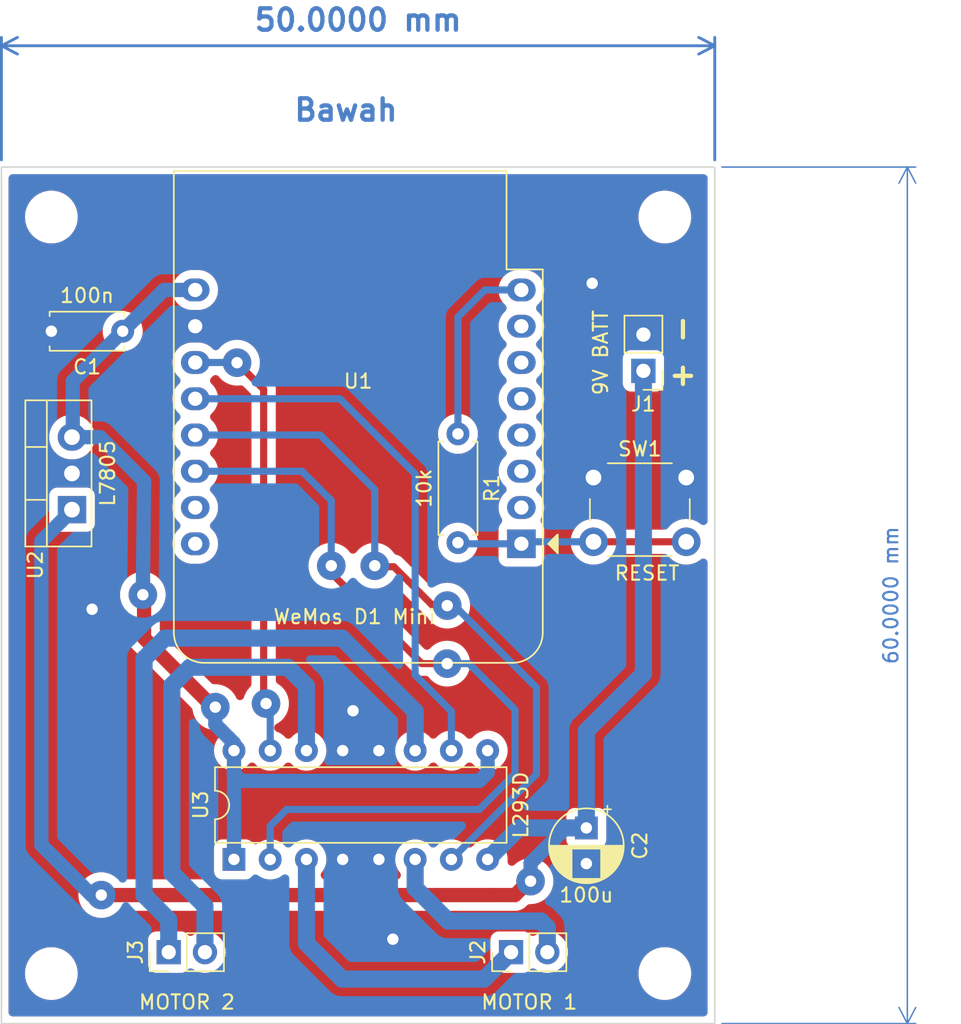
<source format=kicad_pcb>
(kicad_pcb (version 20240108) (generator "pcbnew") (generator_version "8.0")
  (layers (0 "F.Cu" signal) (31 "B.Cu" signal) (34 "B.Paste" user) (35 "F.Paste" user) (36 "B.SilkS" user "B.Silkscreen") (37 "F.SilkS" user "F.Silkscreen") (38 "B.Mask" user) (39 "F.Mask" user) (44 "Edge.Cuts" user))
  (net 0 "")
  (net 1 "GND")
  (net 2 "+5V")
  (net 3 "+9V")
  (net 4 "Net-(J2-Pin_1)")
  (net 5 "Net-(J2-Pin_2)")
  (net 6 "Net-(J3-Pin_1)")
  (net 7 "Net-(J3-Pin_2)")
  (net 8 "Net-(U1-~{RST})")
  (net 9 "Net-(U1-3V3)")
  (net 10 "Net-(U1-SCL{slash}D1)")
  (net 12 "Net-(U1-D3)")
  (net 15 "Net-(U1-D4)")
  (net 16 "Net-(U1-SDA{slash}D2)")
  (footprint "Resistor_THT:R_Axial_DIN0207_L6.3mm_D2.5mm_P7.62mm_Horizontal" (layer "F.Cu") (at 87.62 57.31 -90)
    (property "Reference" "R1" (at 3.81 -2.37 90) (layer "F.SilkS"))
    (property "Value" "10k" (at 3.81 2.37 90) (layer "F.SilkS"))
    (fp_line (start 0.54 1.37) (end 7.08 1.37) (stroke (width 0.12)) (layer "F.SilkS"))
    (fp_line (start 7.08 1.37) (end 7.08 1.04) (stroke (width 0.12)) (layer "F.SilkS"))
    (fp_line (start 0.54 1.04) (end 0.54 1.37) (stroke (width 0.12)) (layer "F.SilkS"))
    (fp_line (start 0.54 -1.04) (end 0.54 -1.37) (stroke (width 0.12)) (layer "F.SilkS"))
    (fp_line (start 0.54 -1.37) (end 7.08 -1.37) (stroke (width 0.12)) (layer "F.SilkS"))
    (fp_line (start 7.08 -1.37) (end 7.08 -1.04) (stroke (width 0.12)) (layer "F.SilkS"))
    (pad "1" thru_hole circle (at 0 0 270) (size 1.6 1.6) (drill 0.8) (layers "*.Cu" "*.Mask") (net 9 "Net-(U1-3V3)"))
    (pad "2" thru_hole oval (at 7.62 0 270) (size 1.6 1.6) (drill 0.8) (layers "*.Cu" "*.Mask") (net 8 "Net-(U1-~{RST})"))
  )
  (footprint "Package_DIP:DIP-16_W7.62mm" (layer "F.Cu") (at 71.92 87.12 90)
    (property "Reference" "U3" (at 3.81 -2.33 -90) (layer "F.SilkS"))
    (property "Value" "L293D" (at 3.81 20.11 -90) (layer "F.SilkS"))
    (fp_line (start 6.46 -1.33) (end 4.81 -1.33) (stroke (width 0.12)) (layer "F.SilkS"))
    (fp_line (start 2.81 -1.33) (end 1.16 -1.33) (stroke (width 0.12)) (layer "F.SilkS"))
    (fp_line (start 1.16 -1.33) (end 1.16 19.11) (stroke (width 0.12)) (layer "F.SilkS"))
    (fp_line (start 6.46 19.11) (end 6.46 -1.33) (stroke (width 0.12)) (layer "F.SilkS"))
    (fp_line (start 1.16 19.11) (end 6.46 19.11) (stroke (width 0.12)) (layer "F.SilkS"))
    (fp_arc (start 4.81 -1.33) (mid 3.81 -0.33) (end 2.81 -1.33) (stroke (width 0.12)) (layer "F.SilkS"))
    (pad "1" thru_hole rect (at 0 0 90) (size 1.6 1.6) (drill 0.8) (layers "*.Cu" "*.Mask") (net 2 "+5V"))
    (pad "2" thru_hole oval (at 0 2.54 90) (size 1.6 1.6) (drill 0.8) (layers "*.Cu" "*.Mask") (net 10 "Net-(U1-SCL{slash}D1)"))
    (pad "3" thru_hole oval (at 0 5.08 90) (size 1.6 1.6) (drill 0.8) (layers "*.Cu" "*.Mask") (net 4 "Net-(J2-Pin_1)"))
    (pad "4" thru_hole oval (at 0 7.62 90) (size 1.6 1.6) (drill 0.8) (layers "*.Cu" "*.Mask") (net 1 "GND"))
    (pad "5" thru_hole oval (at 0 10.16 90) (size 1.6 1.6) (drill 0.8) (layers "*.Cu" "*.Mask") (net 1 "GND"))
    (pad "6" thru_hole oval (at 0 12.7 90) (size 1.6 1.6) (drill 0.8) (layers "*.Cu" "*.Mask") (net 5 "Net-(J2-Pin_2)"))
    (pad "7" thru_hole oval (at 0 15.24 90) (size 1.6 1.6) (drill 0.8) (layers "*.Cu" "*.Mask") (net 16 "Net-(U1-SDA{slash}D2)"))
    (pad "8" thru_hole oval (at 0 17.78 90) (size 1.6 1.6) (drill 0.8) (layers "*.Cu" "*.Mask") (net 3 "+9V"))
    (pad "9" thru_hole oval (at 7.62 17.78 90) (size 1.6 1.6) (drill 0.8) (layers "*.Cu" "*.Mask") (net 2 "+5V"))
    (pad "10" thru_hole oval (at 7.62 15.24 90) (size 1.6 1.6) (drill 0.8) (layers "*.Cu" "*.Mask") (net 12 "Net-(U1-D3)"))
    (pad "11" thru_hole oval (at 7.62 12.7 90) (size 1.6 1.6) (drill 0.8) (layers "*.Cu" "*.Mask") (net 6 "Net-(J3-Pin_1)"))
    (pad "12" thru_hole oval (at 7.62 10.16 90) (size 1.6 1.6) (drill 0.8) (layers "*.Cu" "*.Mask") (net 1 "GND"))
    (pad "13" thru_hole oval (at 7.62 7.62 90) (size 1.6 1.6) (drill 0.8) (layers "*.Cu" "*.Mask") (net 1 "GND"))
    (pad "14" thru_hole oval (at 7.62 5.08 90) (size 1.6 1.6) (drill 0.8) (layers "*.Cu" "*.Mask") (net 7 "Net-(J3-Pin_2)"))
    (pad "15" thru_hole oval (at 7.62 2.54 90) (size 1.6 1.6) (drill 0.8) (layers "*.Cu" "*.Mask") (net 15 "Net-(U1-D4)"))
    (pad "16" thru_hole oval (at 7.62 0 90) (size 1.6 1.6) (drill 0.8) (layers "*.Cu" "*.Mask") (net 2 "+5V"))
  )
  (footprint "Capacitor_THT:CP_Radial_D5.0mm_P2.50mm" (layer "F.Cu") (at 96.62 84.914886 -90)
    (property "Reference" "C2" (at 1.25 -3.75 90) (layer "F.SilkS"))
    (property "Value" "100u" (at 4.705113 -0.000001 180) (layer "F.SilkS"))
    (fp_line (start 1.49 1.04) (end 1.49 2.569) (stroke (width 0.12)) (layer "F.SilkS"))
    (fp_line (start 1.53 1.04) (end 1.53 2.565) (stroke (width 0.12)) (layer "F.SilkS"))
    (fp_line (start 1.57 1.04) (end 1.57 2.561) (stroke (width 0.12)) (layer "F.SilkS"))
    (fp_line (start 1.61 1.04) (end 1.61 2.556) (stroke (width 0.12)) (layer "F.SilkS"))
    (fp_line (start 1.65 1.04) (end 1.65 2.55) (stroke (width 0.12)) (layer "F.SilkS"))
    (fp_line (start 1.69 1.04) (end 1.69 2.543) (stroke (width 0.12)) (layer "F.SilkS"))
    (fp_line (start 1.73 1.04) (end 1.73 2.536) (stroke (width 0.12)) (layer "F.SilkS"))
    (fp_line (start 1.77 1.04) (end 1.77 2.528) (stroke (width 0.12)) (layer "F.SilkS"))
    (fp_line (start 1.81 1.04) (end 1.81 2.52) (stroke (width 0.12)) (layer "F.SilkS"))
    (fp_line (start 1.85 1.04) (end 1.85 2.511) (stroke (width 0.12)) (layer "F.SilkS"))
    (fp_line (start 1.89 1.04) (end 1.89 2.501) (stroke (width 0.12)) (layer "F.SilkS"))
    (fp_line (start 1.93 1.04) (end 1.93 2.491) (stroke (width 0.12)) (layer "F.SilkS"))
    (fp_line (start 1.971 1.04) (end 1.971 2.48) (stroke (width 0.12)) (layer "F.SilkS"))
    (fp_line (start 2.011 1.04) (end 2.011 2.468) (stroke (width 0.12)) (layer "F.SilkS"))
    (fp_line (start 2.051 1.04) (end 2.051 2.455) (stroke (width 0.12)) (layer "F.SilkS"))
    (fp_line (start 2.091 1.04) (end 2.091 2.442) (stroke (width 0.12)) (layer "F.SilkS"))
    (fp_line (start 2.131 1.04) (end 2.131 2.428) (stroke (width 0.12)) (layer "F.SilkS"))
    (fp_line (start 2.171 1.04) (end 2.171 2.414) (stroke (width 0.12)) (layer "F.SilkS"))
    (fp_line (start 2.211 1.04) (end 2.211 2.398) (stroke (width 0.12)) (layer "F.SilkS"))
    (fp_line (start 2.251 1.04) (end 2.251 2.382) (stroke (width 0.12)) (layer "F.SilkS"))
    (fp_line (start 2.291 1.04) (end 2.291 2.365) (stroke (width 0.12)) (layer "F.SilkS"))
    (fp_line (start 2.331 1.04) (end 2.331 2.348) (stroke (width 0.12)) (layer "F.SilkS"))
    (fp_line (start 2.371 1.04) (end 2.371 2.329) (stroke (width 0.12)) (layer "F.SilkS"))
    (fp_line (start 2.411 1.04) (end 2.411 2.31) (stroke (width 0.12)) (layer "F.SilkS"))
    (fp_line (start 2.451 1.04) (end 2.451 2.29) (stroke (width 0.12)) (layer "F.SilkS"))
    (fp_line (start 2.491 1.04) (end 2.491 2.268) (stroke (width 0.12)) (layer "F.SilkS"))
    (fp_line (start 2.531 1.04) (end 2.531 2.247) (stroke (width 0.12)) (layer "F.SilkS"))
    (fp_line (start 2.571 1.04) (end 2.571 2.224) (stroke (width 0.12)) (layer "F.SilkS"))
    (fp_line (start 2.611 1.04) (end 2.611 2.2) (stroke (width 0.12)) (layer "F.SilkS"))
    (fp_line (start 2.651 1.04) (end 2.651 2.175) (stroke (width 0.12)) (layer "F.SilkS"))
    (fp_line (start 2.691 1.04) (end 2.691 2.149) (stroke (width 0.12)) (layer "F.SilkS"))
    (fp_line (start 2.731 1.04) (end 2.731 2.122) (stroke (width 0.12)) (layer "F.SilkS"))
    (fp_line (start 2.771 1.04) (end 2.771 2.095) (stroke (width 0.12)) (layer "F.SilkS"))
    (fp_line (start 2.811 1.04) (end 2.811 2.065) (stroke (width 0.12)) (layer "F.SilkS"))
    (fp_line (start 2.851 1.04) (end 2.851 2.035) (stroke (width 0.12)) (layer "F.SilkS"))
    (fp_line (start 2.891 1.04) (end 2.891 2.004) (stroke (width 0.12)) (layer "F.SilkS"))
    (fp_line (start 2.931 1.04) (end 2.931 1.971) (stroke (width 0.12)) (layer "F.SilkS"))
    (fp_line (start 2.971 1.04) (end 2.971 1.937) (stroke (width 0.12)) (layer "F.SilkS"))
    (fp_line (start 3.011 1.04) (end 3.011 1.901) (stroke (width 0.12)) (layer "F.SilkS"))
    (fp_line (start 3.051 1.04) (end 3.051 1.864) (stroke (width 0.12)) (layer "F.SilkS"))
    (fp_line (start 3.091 1.04) (end 3.091 1.826) (stroke (width 0.12)) (layer "F.SilkS"))
    (fp_line (start 3.131 1.04) (end 3.131 1.785) (stroke (width 0.12)) (layer "F.SilkS"))
    (fp_line (start 3.171 1.04) (end 3.171 1.743) (stroke (width 0.12)) (layer "F.SilkS"))
    (fp_line (start 3.211 1.04) (end 3.211 1.699) (stroke (width 0.12)) (layer "F.SilkS"))
    (fp_line (start 3.251 1.04) (end 3.251 1.653) (stroke (width 0.12)) (layer "F.SilkS"))
    (fp_line (start 3.291 1.04) (end 3.291 1.605) (stroke (width 0.12)) (layer "F.SilkS"))
    (fp_line (start 3.331 1.04) (end 3.331 1.554) (stroke (width 0.12)) (layer "F.SilkS"))
    (fp_line (start 3.371 1.04) (end 3.371 1.5) (stroke (width 0.12)) (layer "F.SilkS"))
    (fp_line (start 3.411 1.04) (end 3.411 1.443) (stroke (width 0.12)) (layer "F.SilkS"))
    (fp_line (start 3.451 1.04) (end 3.451 1.383) (stroke (width 0.12)) (layer "F.SilkS"))
    (fp_line (start 3.491 1.04) (end 3.491 1.319) (stroke (width 0.12)) (layer "F.SilkS"))
    (fp_line (start 3.531 1.04) (end 3.531 1.251) (stroke (width 0.12)) (layer "F.SilkS"))
    (fp_line (start 3.851 -0.284) (end 3.851 0.284) (stroke (width 0.12)) (layer "F.SilkS"))
    (fp_line (start 3.811 -0.518) (end 3.811 0.518) (stroke (width 0.12)) (layer "F.SilkS"))
    (fp_line (start 3.771 -0.677) (end 3.771 0.677) (stroke (width 0.12)) (layer "F.SilkS"))
    (fp_line (start 3.731 -0.805) (end 3.731 0.805) (stroke (width 0.12)) (layer "F.SilkS"))
    (fp_line (start 3.691 -0.915) (end 3.691 0.915) (stroke (width 0.12)) (layer "F.SilkS"))
    (fp_line (start 3.651 -1.011) (end 3.651 1.011) (stroke (width 0.12)) (layer "F.SilkS"))
    (fp_line (start 3.611 -1.098) (end 3.611 1.098) (stroke (width 0.12)) (layer "F.SilkS"))
    (fp_line (start 3.571 -1.178) (end 3.571 1.178) (stroke (width 0.12)) (layer "F.SilkS"))
    (fp_line (start 3.531 -1.251) (end 3.531 -1.04) (stroke (width 0.12)) (layer "F.SilkS"))
    (fp_line (start 3.491 -1.319) (end 3.491 -1.04) (stroke (width 0.12)) (layer "F.SilkS"))
    (fp_line (start 3.451 -1.383) (end 3.451 -1.04) (stroke (width 0.12)) (layer "F.SilkS"))
    (fp_line (start 3.411 -1.443) (end 3.411 -1.04) (stroke (width 0.12)) (layer "F.SilkS"))
    (fp_line (start -1.554775 -1.475) (end -1.054775 -1.475) (stroke (width 0.12)) (layer "F.SilkS"))
    (fp_line (start 3.371 -1.5) (end 3.371 -1.04) (stroke (width 0.12)) (layer "F.SilkS"))
    (fp_line (start 3.331 -1.554) (end 3.331 -1.04) (stroke (width 0.12)) (layer "F.SilkS"))
    (fp_line (start 3.291 -1.605) (end 3.291 -1.04) (stroke (width 0.12)) (layer "F.SilkS"))
    (fp_line (start 3.251 -1.653) (end 3.251 -1.04) (stroke (width 0.12)) (layer "F.SilkS"))
    (fp_line (start 3.211 -1.699) (end 3.211 -1.04) (stroke (width 0.12)) (layer "F.SilkS"))
    (fp_line (start -1.304775 -1.725) (end -1.304775 -1.225) (stroke (width 0.12)) (layer "F.SilkS"))
    (fp_line (start 3.171 -1.743) (end 3.171 -1.04) (stroke (width 0.12)) (layer "F.SilkS"))
    (fp_line (start 3.131 -1.785) (end 3.131 -1.04) (stroke (width 0.12)) (layer "F.SilkS"))
    (fp_line (start 3.091 -1.826) (end 3.091 -1.04) (stroke (width 0.12)) (layer "F.SilkS"))
    (fp_line (start 3.051 -1.864) (end 3.051 -1.04) (stroke (width 0.12)) (layer "F.SilkS"))
    (fp_line (start 3.011 -1.901) (end 3.011 -1.04) (stroke (width 0.12)) (layer "F.SilkS"))
    (fp_line (start 2.971 -1.937) (end 2.971 -1.04) (stroke (width 0.12)) (layer "F.SilkS"))
    (fp_line (start 2.931 -1.971) (end 2.931 -1.04) (stroke (width 0.12)) (layer "F.SilkS"))
    (fp_line (start 2.891 -2.004) (end 2.891 -1.04) (stroke (width 0.12)) (layer "F.SilkS"))
    (fp_line (start 2.851 -2.035) (end 2.851 -1.04) (stroke (width 0.12)) (layer "F.SilkS"))
    (fp_line (start 2.811 -2.065) (end 2.811 -1.04) (stroke (width 0.12)) (layer "F.SilkS"))
    (fp_line (start 2.771 -2.095) (end 2.771 -1.04) (stroke (width 0.12)) (layer "F.SilkS"))
    (fp_line (start 2.731 -2.122) (end 2.731 -1.04) (stroke (width 0.12)) (layer "F.SilkS"))
    (fp_line (start 2.691 -2.149) (end 2.691 -1.04) (stroke (width 0.12)) (layer "F.SilkS"))
    (fp_line (start 2.651 -2.175) (end 2.651 -1.04) (stroke (width 0.12)) (layer "F.SilkS"))
    (fp_line (start 2.611 -2.2) (end 2.611 -1.04) (stroke (width 0.12)) (layer "F.SilkS"))
    (fp_line (start 2.571 -2.224) (end 2.571 -1.04) (stroke (width 0.12)) (layer "F.SilkS"))
    (fp_line (start 2.531 -2.247) (end 2.531 -1.04) (stroke (width 0.12)) (layer "F.SilkS"))
    (fp_line (start 2.491 -2.268) (end 2.491 -1.04) (stroke (width 0.12)) (layer "F.SilkS"))
    (fp_line (start 2.451 -2.29) (end 2.451 -1.04) (stroke (width 0.12)) (layer "F.SilkS"))
    (fp_line (start 2.411 -2.31) (end 2.411 -1.04) (stroke (width 0.12)) (layer "F.SilkS"))
    (fp_line (start 2.371 -2.329) (end 2.371 -1.04) (stroke (width 0.12)) (layer "F.SilkS"))
    (fp_line (start 2.331 -2.348) (end 2.331 -1.04) (stroke (width 0.12)) (layer "F.SilkS"))
    (fp_line (start 2.291 -2.365) (end 2.291 -1.04) (stroke (width 0.12)) (layer "F.SilkS"))
    (fp_line (start 2.251 -2.382) (end 2.251 -1.04) (stroke (width 0.12)) (layer "F.SilkS"))
    (fp_line (start 2.211 -2.398) (end 2.211 -1.04) (stroke (width 0.12)) (layer "F.SilkS"))
    (fp_line (start 2.171 -2.414) (end 2.171 -1.04) (stroke (width 0.12)) (layer "F.SilkS"))
    (fp_line (start 2.131 -2.428) (end 2.131 -1.04) (stroke (width 0.12)) (layer "F.SilkS"))
    (fp_line (start 2.091 -2.442) (end 2.091 -1.04) (stroke (width 0.12)) (layer "F.SilkS"))
    (fp_line (start 2.051 -2.455) (end 2.051 -1.04) (stroke (width 0.12)) (layer "F.SilkS"))
    (fp_line (start 2.011 -2.468) (end 2.011 -1.04) (stroke (width 0.12)) (layer "F.SilkS"))
    (fp_line (start 1.971 -2.48) (end 1.971 -1.04) (stroke (width 0.12)) (layer "F.SilkS"))
    (fp_line (start 1.93 -2.491) (end 1.93 -1.04) (stroke (width 0.12)) (layer "F.SilkS"))
    (fp_line (start 1.89 -2.501) (end 1.89 -1.04) (stroke (width 0.12)) (layer "F.SilkS"))
    (fp_line (start 1.85 -2.511) (end 1.85 -1.04) (stroke (width 0.12)) (layer "F.SilkS"))
    (fp_line (start 1.81 -2.52) (end 1.81 -1.04) (stroke (width 0.12)) (layer "F.SilkS"))
    (fp_line (start 1.77 -2.528) (end 1.77 -1.04) (stroke (width 0.12)) (layer "F.SilkS"))
    (fp_line (start 1.73 -2.536) (end 1.73 -1.04) (stroke (width 0.12)) (layer "F.SilkS"))
    (fp_line (start 1.69 -2.543) (end 1.69 -1.04) (stroke (width 0.12)) (layer "F.SilkS"))
    (fp_line (start 1.65 -2.55) (end 1.65 -1.04) (stroke (width 0.12)) (layer "F.SilkS"))
    (fp_line (start 1.61 -2.556) (end 1.61 -1.04) (stroke (width 0.12)) (layer "F.SilkS"))
    (fp_line (start 1.57 -2.561) (end 1.57 -1.04) (stroke (width 0.12)) (layer "F.SilkS"))
    (fp_line (start 1.53 -2.565) (end 1.53 -1.04) (stroke (width 0.12)) (layer "F.SilkS"))
    (fp_line (start 1.49 -2.569) (end 1.49 -1.04) (stroke (width 0.12)) (layer "F.SilkS"))
    (fp_line (start 1.45 -2.573) (end 1.45 2.573) (stroke (width 0.12)) (layer "F.SilkS"))
    (fp_line (start 1.41 -2.576) (end 1.41 2.576) (stroke (width 0.12)) (layer "F.SilkS"))
    (fp_line (start 1.37 -2.578) (end 1.37 2.578) (stroke (width 0.12)) (layer "F.SilkS"))
    (fp_line (start 1.33 -2.579) (end 1.33 2.579) (stroke (width 0.12)) (layer "F.SilkS"))
    (fp_line (start 1.25 -2.58) (end 1.25 2.58) (stroke (width 0.12)) (layer "F.SilkS"))
    (fp_line (start 1.29 -2.58) (end 1.29 2.58) (stroke (width 0.12)) (layer "F.SilkS"))
    (fp_circle (center 1.25 0) (end 3.87 0) (stroke (width 0.12)) (fill none) (layer "F.SilkS"))
    (pad "1" thru_hole rect (at 0 0 270) (size 1.6 1.6) (drill 0.8) (layers "*.Cu" "*.Mask") (net 3 "+9V"))
    (pad "2" thru_hole circle (at 2.5 0 270) (size 1.6 1.6) (drill 0.8) (layers "*.Cu" "*.Mask") (net 1 "GND"))
  )
  (footprint "Module:WEMOS_D1_mini_light" (layer "F.Cu") (at 92.065 65.01 180)
    (property "Reference" "U1" (at 11.445 11.39 180) (layer "F.SilkS"))
    (property "Value" "WeMos D1 Mini" (at 11.7 -5.11 180) (layer "F.SilkS"))
    (fp_line (start 24.36 26.12) (end 24.36 -6.21) (stroke (width 0.12)) (layer "F.SilkS"))
    (fp_line (start 22.24 -8.34) (end 0.63 -8.34) (stroke (width 0.12)) (layer "F.SilkS"))
    (fp_line (start 1.04 26.12) (end 24.36 26.12) (stroke (width 0.12)) (layer "F.SilkS"))
    (fp_line (start 1.04 19.22) (end 1.04 26.12) (stroke (width 0.12)) (layer "F.SilkS"))
    (fp_line (start -1.5 19.22) (end 1.04 19.22) (stroke (width 0.12)) (layer "F.SilkS"))
    (fp_line (start -1.5 19.22) (end -1.5 -6.21) (stroke (width 0.12)) (layer "F.SilkS"))
    (fp_arc (start 22.23 -8.34) (mid 23.736137 -7.716137) (end 24.36 -6.21) (stroke (width 0.12)) (layer "F.SilkS"))
    (fp_arc (start -1.5 -6.21) (mid -0.876137 -7.716137) (end 0.63 -8.34) (stroke (width 0.12)) (layer "F.SilkS"))
    (fp_poly (pts (xy -2.54 -0.635) (xy -2.54 0.635) (xy -1.905 0)) (stroke (width 0.15)) (fill solid) (layer "F.SilkS"))
    (pad "1" thru_hole rect (at 0 0 180) (size 2 2) (drill 1) (layers "*.Cu" "*.Mask") (net 8 "Net-(U1-~{RST})"))
    (pad "2" thru_hole oval (at 0 2.54 180) (size 2 1.6) (drill 1) (layers "*.Cu" "*.Mask"))
    (pad "3" thru_hole oval (at 0 5.08 180) (size 2 1.6) (drill 1) (layers "*.Cu" "*.Mask"))
    (pad "4" thru_hole oval (at 0 7.62 180) (size 2 1.6) (drill 1) (layers "*.Cu" "*.Mask"))
    (pad "5" thru_hole oval (at 0 10.16 180) (size 2 1.6) (drill 1) (layers "*.Cu" "*.Mask"))
    (pad "6" thru_hole oval (at 0 12.7 180) (size 2 1.6) (drill 1) (layers "*.Cu" "*.Mask"))
    (pad "7" thru_hole oval (at 0 15.24 180) (size 2 1.6) (drill 1) (layers "*.Cu" "*.Mask"))
    (pad "8" thru_hole oval (at 0 17.78 180) (size 2 1.6) (drill 1) (layers "*.Cu" "*.Mask") (net 9 "Net-(U1-3V3)"))
    (pad "9" thru_hole oval (at 22.86 17.78 180) (size 2 1.6) (drill 1) (layers "*.Cu" "*.Mask") (net 2 "+5V"))
    (pad "10" thru_hole oval (at 22.86 15.24 180) (size 2 1.6) (drill 1) (layers "*.Cu" "*.Mask") (net 1 "GND"))
    (pad "11" thru_hole oval (at 22.86 12.7 180) (size 2 1.6) (drill 1) (layers "*.Cu" "*.Mask") (net 15 "Net-(U1-D4)"))
    (pad "12" thru_hole oval (at 22.86 10.16 180) (size 2 1.6) (drill 1) (layers "*.Cu" "*.Mask") (net 12 "Net-(U1-D3)"))
    (pad "13" thru_hole oval (at 22.86 7.62 180) (size 2 1.6) (drill 1) (layers "*.Cu" "*.Mask") (net 16 "Net-(U1-SDA{slash}D2)"))
    (pad "14" thru_hole oval (at 22.86 5.08 180) (size 2 1.6) (drill 1) (layers "*.Cu" "*.Mask") (net 10 "Net-(U1-SCL{slash}D1)"))
    (pad "15" thru_hole oval (at 22.86 2.54 180) (size 2 1.6) (drill 1) (layers "*.Cu" "*.Mask"))
    (pad "16" thru_hole oval (at 22.86 0 180) (size 2 1.6) (drill 1) (layers "*.Cu" "*.Mask"))
  )
  (footprint "Button_Switch_THT:SW_PUSH_6mm" (layer "F.Cu") (at 97.12 60.37)
    (property "Reference" "SW1" (at 3.25 -2 0) (layer "F.SilkS"))
    (property "Value" "RESET" (at 3.75 6.7 0) (layer "F.SilkS"))
    (fp_line (start -0.25 1.5) (end -0.25 3) (stroke (width 0.12)) (layer "F.SilkS"))
    (fp_line (start 1 5.5) (end 5.5 5.5) (stroke (width 0.12)) (layer "F.SilkS"))
    (fp_line (start 5.5 -1) (end 1 -1) (stroke (width 0.12)) (layer "F.SilkS"))
    (fp_line (start 6.75 3) (end 6.75 1.5) (stroke (width 0.12)) (layer "F.SilkS"))
    (pad "1" thru_hole circle (at 0 0 90) (size 2 2) (drill 1.1) (layers "*.Cu" "*.Mask") (net 1 "GND"))
    (pad "1" thru_hole circle (at 6.5 0 90) (size 2 2) (drill 1.1) (layers "*.Cu" "*.Mask") (net 1 "GND"))
    (pad "2" thru_hole circle (at 0 4.5 90) (size 2 2) (drill 1.1) (layers "*.Cu" "*.Mask") (net 8 "Net-(U1-~{RST})"))
    (pad "2" thru_hole circle (at 6.5 4.5 90) (size 2 2) (drill 1.1) (layers "*.Cu" "*.Mask") (net 8 "Net-(U1-~{RST})"))
  )
  (footprint "Connector_PinHeader_2.54mm:PinHeader_1x02_P2.54mm_Vertical" (layer "F.Cu") (at 91.345 93.62 90)
    (property "Reference" "J2" (at 0 -2.33 -90) (layer "F.SilkS"))
    (property "Value" "MOTOR 1" (at -3.5 1.275 0) (layer "F.SilkS"))
    (fp_line (start -1.33 -1.33) (end 0 -1.33) (stroke (width 0.12)) (layer "F.SilkS"))
    (fp_line (start -1.33 0) (end -1.33 -1.33) (stroke (width 0.12)) (layer "F.SilkS"))
    (fp_line (start 1.33 1.27) (end 1.33 3.87) (stroke (width 0.12)) (layer "F.SilkS"))
    (fp_line (start -1.33 1.27) (end 1.33 1.27) (stroke (width 0.12)) (layer "F.SilkS"))
    (fp_line (start -1.33 1.27) (end -1.33 3.87) (stroke (width 0.12)) (layer "F.SilkS"))
    (fp_line (start -1.33 3.87) (end 1.33 3.87) (stroke (width 0.12)) (layer "F.SilkS"))
    (pad "1" thru_hole rect (at 0 0 90) (size 1.7 1.7) (drill 1) (layers "*.Cu" "*.Mask") (net 4 "Net-(J2-Pin_1)"))
    (pad "2" thru_hole oval (at 0 2.54 90) (size 1.7 1.7) (drill 1) (layers "*.Cu" "*.Mask") (net 5 "Net-(J2-Pin_2)"))
  )
  (footprint "Capacitor_THT:C_Disc_D5.0mm_W2.5mm_P5.00mm" (layer "F.Cu") (at 64.12 50.12 180)
    (property "Reference" "C1" (at 2.5 -2.5 180) (layer "F.SilkS"))
    (property "Value" "100n" (at 2.5 2.5 180) (layer "F.SilkS"))
    (fp_line (start 5.12 1.055) (end 5.12 1.37) (stroke (width 0.12)) (layer "F.SilkS"))
    (fp_line (start 5.12 -1.37) (end 5.12 -1.055) (stroke (width 0.12)) (layer "F.SilkS"))
    (fp_line (start -0.12 1.37) (end 5.12 1.37) (stroke (width 0.12)) (layer "F.SilkS"))
    (fp_line (start -0.12 1.055) (end -0.12 1.37) (stroke (width 0.12)) (layer "F.SilkS"))
    (fp_line (start -0.12 -1.37) (end 5.12 -1.37) (stroke (width 0.12)) (layer "F.SilkS"))
    (fp_line (start -0.12 -1.37) (end -0.12 -1.055) (stroke (width 0.12)) (layer "F.SilkS"))
    (pad "1" thru_hole circle (at 0 0 180) (size 1.6 1.6) (drill 0.8) (layers "*.Cu" "*.Mask") (net 2 "+5V"))
    (pad "2" thru_hole circle (at 5 0 180) (size 1.6 1.6) (drill 0.8) (layers "*.Cu" "*.Mask") (net 1 "GND"))
  )
  (footprint "Connector_PinHeader_2.54mm:PinHeader_1x02_P2.54mm_Vertical" (layer "F.Cu") (at 100.62 52.895 180)
    (property "Reference" "J1" (at 0 -2.33 180) (layer "F.SilkS"))
    (property "Value" "9V BATT" (at 3 1.275 -90) (layer "F.SilkS"))
    (fp_line (start 1.33 1.27) (end 1.33 3.87) (stroke (width 0.12)) (layer "F.SilkS"))
    (fp_line (start -1.33 3.87) (end 1.33 3.87) (stroke (width 0.12)) (layer "F.SilkS"))
    (fp_line (start -1.33 1.27) (end 1.33 1.27) (stroke (width 0.12)) (layer "F.SilkS"))
    (fp_line (start -1.33 1.27) (end -1.33 3.87) (stroke (width 0.12)) (layer "F.SilkS"))
    (fp_line (start -1.33 0) (end -1.33 -1.33) (stroke (width 0.12)) (layer "F.SilkS"))
    (fp_line (start -1.33 -1.33) (end 0 -1.33) (stroke (width 0.12)) (layer "F.SilkS"))
    (pad "1" thru_hole rect (at 0 0 180) (size 1.7 1.7) (drill 1) (layers "*.Cu" "*.Mask") (net 3 "+9V"))
    (pad "2" thru_hole oval (at 0 2.54 180) (size 1.7 1.7) (drill 1) (layers "*.Cu" "*.Mask") (net 1 "GND"))
  )
  (footprint "MountingHole:MountingHole_3.2mm_M3" (layer "F.Cu") (at 59.12 42.12)
    (property "Reference" "H1" (hide yes))
    (property "Value" "MountingHole" (hide yes))
    (pad "" np_thru_hole circle (at 0 0) (size 3.2 3.2) (drill 3.2) (layers "*.Cu" "*.Mask"))
  )
  (footprint "Connector_PinHeader_2.54mm:PinHeader_1x02_P2.54mm_Vertical" (layer "F.Cu") (at 67.345 93.62 90)
    (property "Reference" "J3" (at 0 -2.33 -90) (layer "F.SilkS"))
    (property "Value" "MOTOR 2" (at -3.5 1.275 0) (layer "F.SilkS"))
    (fp_line (start -1.33 -1.33) (end 0 -1.33) (stroke (width 0.12)) (layer "F.SilkS"))
    (fp_line (start -1.33 0) (end -1.33 -1.33) (stroke (width 0.12)) (layer "F.SilkS"))
    (fp_line (start 1.33 1.27) (end 1.33 3.87) (stroke (width 0.12)) (layer "F.SilkS"))
    (fp_line (start -1.33 1.27) (end 1.33 1.27) (stroke (width 0.12)) (layer "F.SilkS"))
    (fp_line (start -1.33 1.27) (end -1.33 3.87) (stroke (width 0.12)) (layer "F.SilkS"))
    (fp_line (start -1.33 3.87) (end 1.33 3.87) (stroke (width 0.12)) (layer "F.SilkS"))
    (pad "1" thru_hole rect (at 0 0 90) (size 1.7 1.7) (drill 1) (layers "*.Cu" "*.Mask") (net 6 "Net-(J3-Pin_1)"))
    (pad "2" thru_hole oval (at 0 2.54 90) (size 1.7 1.7) (drill 1) (layers "*.Cu" "*.Mask") (net 7 "Net-(J3-Pin_2)"))
  )
  (footprint "MountingHole:MountingHole_3.2mm_M3" (layer "F.Cu") (at 102.12 42.12)
    (property "Reference" "H2" (hide yes))
    (property "Value" "MountingHole" (hide yes))
    (pad "" np_thru_hole circle (at 0 0) (size 3.2 3.2) (drill 3.2) (layers "*.Cu" "*.Mask"))
  )
  (footprint "MountingHole:MountingHole_3.2mm_M3" (layer "F.Cu") (at 59.12 95.12)
    (property "Reference" "H3" (hide yes))
    (property "Value" "MountingHole" (hide yes))
    (pad "" np_thru_hole circle (at 0 0) (size 3.2 3.2) (drill 3.2) (layers "*.Cu" "*.Mask"))
  )
  (footprint "Package_TO_SOT_THT:TO-220-3_Vertical" (layer "F.Cu") (at 60.565 62.62 90)
    (property "Reference" "U2" (at -3.88 -2.565 -90) (layer "F.SilkS"))
    (property "Value" "L7805" (at 2.54 2.5 -90) (layer "F.SilkS"))
    (fp_line (start 7.66 -3.27) (end 7.66 1.371) (stroke (width 0.12)) (layer "F.SilkS"))
    (fp_line (start 4.391 -3.27) (end 4.391 -1.76) (stroke (width 0.12)) (layer "F.SilkS"))
    (fp_line (start 0.69 -3.27) (end 0.69 -1.76) (stroke (width 0.12)) (layer "F.SilkS"))
    (fp_line (start -2.58 -3.27) (end 7.66 -3.27) (stroke (width 0.12)) (layer "F.SilkS"))
    (fp_line (start -2.58 -3.27) (end -2.58 1.371) (stroke (width 0.12)) (layer "F.SilkS"))
    (fp_line (start -2.58 -1.76) (end 7.66 -1.76) (stroke (width 0.12)) (layer "F.SilkS"))
    (fp_line (start -2.58 1.371) (end 7.66 1.371) (stroke (width 0.12)) (layer "F.SilkS"))
    (pad "1" thru_hole rect (at 0 0 90) (size 1.905 2) (drill 1.1) (layers "*.Cu" "*.Mask") (net 3 "+9V"))
    (pad "2" thru_hole oval (at 2.54 0 90) (size 1.905 2) (drill 1.1) (layers "*.Cu" "*.Mask") (net 1 "GND"))
    (pad "3" thru_hole oval (at 5.08 0 90) (size 1.905 2) (drill 1.1) (layers "*.Cu" "*.Mask") (net 2 "+5V"))
  )
  (footprint "MountingHole:MountingHole_3.2mm_M3" (layer "F.Cu") (at 102.12 95.12)
    (property "Reference" "H4" (hide yes))
    (property "Value" "MountingHole" (hide yes))
    (pad "" np_thru_hole circle (at 0 0) (size 3.2 3.2) (drill 3.2) (layers "*.Cu" "*.Mask"))
  )
  (gr_rect (start 55.62 38.62) (end 105.62 98.62) (stroke (width 0.1)) (fill none) (layer "Edge.Cuts"))
  (gr_text "Bawah" (at 76 35.5 0) (layer "B.Cu") (effects (font (size 1.5 1.5) (thickness 0.3) (bold yes)) (justify left bottom)))
  (gr_text "+" (at 102.62 52.12 -90) (layer "F.SilkS") (effects (font (size 1.5 1.5) (thickness 0.3) (bold yes)) (justify left bottom)))
  (gr_text "-" (at 102.62 48.852571 -90) (layer "F.SilkS") (effects (font (size 1.5 1.5) (thickness 0.3) (bold yes)) (justify left bottom)))
  (dimension (type aligned) (layer "B.Cu") (pts (xy 105.62 98.62) (xy 105.62 38.62)) (height 13.5) (gr_text "60,0000 mm" (at 117.97 68.62 90) (layer "B.Cu") (effects (font (size 1 1) (thickness 0.15)))) (format (prefix "") (suffix "") (units 3) (units_format 1) (precision 4)) (style (thickness 0.1) (arrow_length 1.27) (text_position_mode 0) (extension_height 0.58642) (extension_offset 0.5) keep_text_aligned))
  (dimension (type aligned) (layer "B.Cu") (pts (xy 105.62 38.62) (xy 55.62 38.62)) (height 8.5) (gr_text "50,0000 mm" (at 80.62 28.32 0) (layer "B.Cu") (effects (font (size 1.5 1.5) (thickness 0.3)))) (format (prefix "") (suffix "") (units 3) (units_format 1) (precision 4)) (style (thickness 0.2) (arrow_length 1.27) (text_position_mode 0) (extension_height 0.58642) (extension_offset 0.5) keep_text_aligned))
  (via (at 80.264 76.708) (size 2) (drill 0.8) (layers "F.Cu" "B.Cu") (net 1))
  (via (at 83.058 92.71) (size 2) (drill 0.8) (layers "F.Cu" "B.Cu") (net 1))
  (via (at 61.976 69.596) (size 2) (drill 0.8) (layers "F.Cu" "B.Cu") (net 1))
  (via (at 97.028 46.763) (size 2) (drill 0.8) (layers "F.Cu" "B.Cu") (net 1))
  (segment (start 62.112 60.08) (end 63.5 61.468) (width 1.2) (layer "B.Cu") (net 1))
  (segment (start 82.08 91.732) (end 82.08 87.12) (width 1.5) (layer "B.Cu") (net 1))
  (segment (start 79.54 79.5) (end 79.54 77.432) (width 1.5) (layer "B.Cu") (net 1))
  (segment (start 63.5 61.468) (end 63.5 66.294) (width 1.2) (layer "B.Cu") (net 1))
  (segment (start 97.028 46.482) (end 97.028 46.763) (width 1.2) (layer "B.Cu") (net 1))
  (segment (start 100.62 50.355) (end 97.028 46.763) (width 1.2) (layer "B.Cu") (net 1))
  (segment (start 60.565 60.08) (end 62.112 60.08) (width 1.2) (layer "B.Cu") (net 1))
  (segment (start 82.08 79.5) (end 79.54 79.5) (width 1.5) (layer "B.Cu") (net 1))
  (segment (start 61.976 67.818) (end 61.976 69.596) (width 1.2) (layer "B.Cu") (net 1))
  (segment (start 79.54 77.432) (end 80.264 76.708) (width 1.5) (layer "B.Cu") (net 1))
  (segment (start 79.54 87.12) (end 82.08 87.12) (width 1.5) (layer "B.Cu") (net 1))
  (segment (start 83.058 92.71) (end 82.08 91.732) (width 1.5) (layer "B.Cu") (net 1))
  (segment (start 63.5 66.294) (end 61.976 67.818) (width 1.2) (layer "B.Cu") (net 1))
  (segment (start 65.62 71.62) (end 65.62 68.62) (width 1) (layer "F.Cu") (net 2))
  (segment (start 70.612 76.454) (end 70.454 76.454) (width 1) (layer "F.Cu") (net 2))
  (segment (start 70.454 76.454) (end 65.62 71.62) (width 1) (layer "F.Cu") (net 2))
  (via (at 70.612 76.454) (size 2) (drill 0.8) (layers "F.Cu" "B.Cu") (net 2))
  (via (at 65.532 68.58) (size 2) (drill 0.8) (layers "F.Cu" "B.Cu") (net 2))
  (segment (start 62.54 57.54) (end 60.62 57.54) (width 1) (layer "B.Cu") (net 2))
  (segment (start 65.62 60.62) (end 62.54 57.54) (width 1) (layer "B.Cu") (net 2))
  (segment (start 60.62 53.62) (end 64.12 50.12) (width 1) (layer "B.Cu") (net 2))
  (segment (start 69.205 47.23) (end 67.01 47.23) (width 1) (layer "B.Cu") (net 2))
  (segment (start 71.92 79.5) (end 71.92 81.12) (width 1) (layer "B.Cu") (net 2))
  (segment (start 70.612 77.666) (end 71.92 78.974) (width 1) (layer "B.Cu") (net 2))
  (segment (start 72.42 81.62) (end 71.92 81.12) (width 1) (layer "B.Cu") (net 2))
  (segment (start 89.12 81.62) (end 72.42 81.62) (width 1) (layer "B.Cu") (net 2))
  (segment (start 71.92 78.974) (end 71.92 79.5) (width 1) (layer "B.Cu") (net 2))
  (segment (start 89.7 79.5) (end 89.7 81.04) (width 1) (layer "B.Cu") (net 2))
  (segment (start 60.62 57.54) (end 60.62 53.62) (width 1) (layer "B.Cu") (net 2))
  (segment (start 65.62 68.62) (end 65.532 68.58) (width 1) (layer "B.Cu") (net 2))
  (segment (start 70.612 76.454) (end 70.612 77.666) (width 1) (layer "B.Cu") (net 2))
  (segment (start 67.01 47.23) (end 64.12 50.12) (width 1) (layer "B.Cu") (net 2))
  (segment (start 89.7 81.04) (end 89.12 81.62) (width 1) (layer "B.Cu") (net 2))
  (segment (start 65.532 68.58) (end 65.62 60.62) (width 1) (layer "B.Cu") (net 2))
  (segment (start 71.92 81.12) (end 71.92 87.12) (width 1) (layer "B.Cu") (net 2))
  (segment (start 91.62 89.62) (end 92.62 88.62) (width 1) (layer "F.Cu") (net 3))
  (segment (start 90.12 89.62) (end 91.62 89.62) (width 1) (layer "F.Cu") (net 3))
  (segment (start 62.62 89.62) (end 90.12 89.62) (width 1) (layer "F.Cu") (net 3))
  (via (at 62.62 89.62) (size 2) (drill 0.8) (layers "F.Cu" "B.Cu") (net 3))
  (via (at 92.71 88.646) (size 2) (drill 0.8) (layers "F.Cu" "B.Cu") (net 3))
  (segment (start 96.62 78.12) (end 100.62 74.12) (width 1.2) (layer "B.Cu") (net 3))
  (segment (start 96.62 84.914886) (end 91.905114 84.914886) (width 1.2) (layer "B.Cu") (net 3))
  (segment (start 95.171114 84.914886) (end 96.62 84.914886) (width 1) (layer "B.Cu") (net 3))
  (segment (start 60.62 62.62) (end 58.42 64.82) (width 1) (layer "B.Cu") (net 3))
  (segment (start 92.71 87.376) (end 95.171114 84.914886) (width 1) (layer "B.Cu") (net 3))
  (segment (start 96.62 84.914886) (end 96.62 78.12) (width 1.2) (layer "B.Cu") (net 3))
  (segment (start 92.71 88.646) (end 92.71 87.376) (width 1) (layer "B.Cu") (net 3))
  (segment (start 58.42 86.106) (end 61.934 89.62) (width 1) (layer "B.Cu") (net 3))
  (segment (start 61.934 89.62) (end 62.62 89.62) (width 1) (layer "B.Cu") (net 3))
  (segment (start 58.42 64.82) (end 58.42 86.106) (width 1) (layer "B.Cu") (net 3))
  (segment (start 91.905114 84.914886) (end 89.7 87.12) (width 1.2) (layer "B.Cu") (net 3))
  (segment (start 100.62 74.12) (end 100.62 52.895) (width 1.2) (layer "B.Cu") (net 3))
  (segment (start 92.62 88.62) (end 92.71 88.646) (width 1) (layer "B.Cu") (net 3))
  (segment (start 79.502 95.504) (end 89.461 95.504) (width 1.2) (layer "B.Cu") (net 4))
  (segment (start 77 93.002) (end 79.502 95.504) (width 1.2) (layer "B.Cu") (net 4))
  (segment (start 77 87.12) (end 77 93.002) (width 1.2) (layer "B.Cu") (net 4))
  (segment (start 89.461 95.504) (end 91.345 93.62) (width 1.2) (layer "B.Cu") (net 4))
  (segment (start 93.885 91.885) (end 93.885 93.62) (width 1.2) (layer "B.Cu") (net 5))
  (segment (start 86.94 91.44) (end 93.44 91.44) (width 1.2) (layer "B.Cu") (net 5))
  (segment (start 84.62 89.12) (end 86.94 91.44) (width 1.2) (layer "B.Cu") (net 5))
  (segment (start 93.44 91.44) (end 93.885 91.885) (width 1.2) (layer "B.Cu") (net 5))
  (segment (start 84.62 87.12) (end 84.62 89.12) (width 1.2) (layer "B.Cu") (net 5))
  (segment (start 84.62 76.746) (end 79.494 71.62) (width 1.2) (layer "B.Cu") (net 6))
  (segment (start 65.62 73.064) (end 65.62 89.62) (width 1.2) (layer "B.Cu") (net 6))
  (segment (start 65.62 89.62) (end 67.345 91.345) (width 1.2) (layer "B.Cu") (net 6))
  (segment (start 79.494 71.62) (end 67.064 71.62) (width 1.2) (layer "B.Cu") (net 6))
  (segment (start 67.064 71.62) (end 65.62 73.064) (width 1.2) (layer "B.Cu") (net 6))
  (segment (start 84.62 79.5) (end 84.62 76.746) (width 1.2) (layer "B.Cu") (net 6))
  (segment (start 67.345 91.345) (end 67.345 93.62) (width 1.2) (layer "B.Cu") (net 6))
  (segment (start 75.692 73.66) (end 77 74.968) (width 1.2) (layer "B.Cu") (net 7))
  (segment (start 69.885 93.62) (end 69.885 90.385) (width 1.2) (layer "B.Cu") (net 7))
  (segment (start 77 74.968) (end 77 79.5) (width 1.2) (layer "B.Cu") (net 7))
  (segment (start 67.564 74.93) (end 68.834 73.66) (width 1.2) (layer "B.Cu") (net 7))
  (segment (start 69.885 90.385) (end 67.564 88.064) (width 1.2) (layer "B.Cu") (net 7))
  (segment (start 68.834 73.66) (end 75.692 73.66) (width 1.2) (layer "B.Cu") (net 7))
  (segment (start 67.564 88.064) (end 67.564 74.93) (width 1.2) (layer "B.Cu") (net 7))
  (segment (start 97.12 64.87) (end 103.62 64.87) (width 0.5) (layer "F.Cu") (net 8))
  (segment (start 92.065 65.01) (end 87.7 65.01) (width 0.5) (layer "B.Cu") (net 8))
  (segment (start 87.7 65.01) (end 87.62 64.93) (width 0.5) (layer "B.Cu") (net 8))
  (segment (start 92.205 64.87) (end 92.065 65.01) (width 0.5) (layer "B.Cu") (net 8))
  (segment (start 97.12 64.87) (end 92.205 64.87) (width 0.5) (layer "B.Cu") (net 8))
  (segment (start 89.51 47.23) (end 92.065 47.23) (width 0.5) (layer "B.Cu") (net 9))
  (segment (start 87.62 49.12) (end 89.51 47.23) (width 0.5) (layer "B.Cu") (net 9))
  (segment (start 87.62 57.31) (end 87.62 49.12) (width 0.5) (layer "B.Cu") (net 9))
  (segment (start 78.74 66.548) (end 78.74 67.056) (width 0.5) (layer "F.Cu") (net 10))
  (segment (start 85.09 73.406) (end 86.868 73.406) (width 0.5) (layer "F.Cu") (net 10))
  (segment (start 78.74 67.056) (end 85.09 73.406) (width 0.5) (layer "F.Cu") (net 10))
  (via (at 86.868 73.406) (size 2) (drill 0.8) (layers "F.Cu" "B.Cu") (net 10))
  (via (at 78.74 66.548) (size 2) (drill 0.8) (layers "F.Cu" "B.Cu") (net 10))
  (segment (start 86.868 73.406) (end 88.392 73.406) (width 0.5) (layer "B.Cu") (net 10))
  (segment (start 91.62 81.12) (end 89.12 83.62) (width 0.5) (layer "B.Cu") (net 10))
  (segment (start 91.62 76.634) (end 91.62 81.12) (width 0.5) (layer "B.Cu") (net 10))
  (segment (start 76.694 59.93) (end 69.205 59.93) (width 0.5) (layer "B.Cu") (net 10))
  (segment (start 89.12 83.62) (end 75.62 83.62) (width 0.5) (layer "B.Cu") (net 10))
  (segment (start 74.46 84.78) (end 74.46 87.12) (width 0.5) (layer "B.Cu") (net 10))
  (segment (start 88.392 73.406) (end 91.62 76.634) (width 0.5) (layer "B.Cu") (net 10))
  (segment (start 78.74 61.976) (end 76.694 59.93) (width 0.5) (layer "B.Cu") (net 10))
  (segment (start 75.62 83.62) (end 74.46 84.78) (width 0.5) (layer "B.Cu") (net 10))
  (segment (start 78.74 66.548) (end 78.74 61.976) (width 0.5) (layer "B.Cu") (net 10))
  (segment (start 84.62 74.206) (end 87.16 76.746) (width 0.5) (layer "B.Cu") (net 12))
  (segment (start 84.62 60.12) (end 84.62 74.206) (width 0.5) (layer "B.Cu") (net 12))
  (segment (start 69.205 54.85) (end 79.35 54.85) (width 0.5) (layer "B.Cu") (net 12))
  (segment (start 79.35 54.85) (end 84.62 60.12) (width 0.5) (layer "B.Cu") (net 12))
  (segment (start 87.16 76.746) (end 87.16 79.5) (width 0.5) (layer "B.Cu") (net 12))
  (segment (start 74 76.032) (end 74 54.188) (width 0.5) (layer "F.Cu") (net 15))
  (segment (start 74.168 76.2) (end 74 76.032) (width 0.5) (layer "F.Cu") (net 15))
  (segment (start 74 54.188) (end 72.136 52.324) (width 0.5) (layer "F.Cu") (net 15))
  (via (at 74.168 76.2) (size 2) (drill 0.8) (layers "F.Cu" "B.Cu") (net 15))
  (via (at 72.136 52.324) (size 2) (drill 0.8) (layers "F.Cu" "B.Cu") (net 15))
  (segment (start 74.168 76.2) (end 74.46 76.492) (width 0.5) (layer "B.Cu") (net 15))
  (segment (start 69.205 52.31) (end 71.796 52.31) (width 0.5) (layer "B.Cu") (net 15))
  (segment (start 71.796 52.31) (end 72.136 52.324) (width 0.5) (layer "B.Cu") (net 15))
  (segment (start 72.136 52.324) (end 71.824 52.31) (width 0.5) (layer "B.Cu") (net 15))
  (segment (start 74.46 76.492) (end 74.46 79.5) (width 0.5) (layer "B.Cu") (net 15))
  (segment (start 71.824 52.31) (end 71.81 52.31) (width 0.5) (layer "B.Cu") (net 15))
  (segment (start 86.868 69.342) (end 85.852 69.342) (width 0.5) (layer "F.Cu") (net 16))
  (segment (start 86.868 69.342) (end 86.62 69.59) (width 0.5) (layer "F.Cu") (net 16))
  (segment (start 83.13 66.62) (end 82.62 66.62) (width 0.5) (layer "F.Cu") (net 16))
  (segment (start 85.852 69.342) (end 83.13 66.62) (width 0.5) (layer "F.Cu") (net 16))
  (via (at 81.788 66.548) (size 2) (drill 0.8) (layers "F.Cu" "B.Cu") (net 16))
  (via (at 86.868 69.342) (size 2) (drill 0.8) (layers "F.Cu" "B.Cu") (net 16))
  (segment (start 87.376 69.342) (end 93.12 75.086) (width 0.5) (layer "B.Cu") (net 16))
  (segment (start 81.788 61.214) (end 77.964 57.39) (width 0.5) (layer "B.Cu") (net 16))
  (segment (start 86.868 69.342) (end 87.376 69.342) (width 0.5) (layer "B.Cu") (net 16))
  (segment (start 93.12 75.086) (end 93.12 81.16) (width 0.5) (layer "B.Cu") (net 16))
  (segment (start 93.12 81.16) (end 87.16 87.12) (width 0.5) (layer "B.Cu") (net 16))
  (segment (start 81.788 66.548) (end 81.788 61.214) (width 0.5) (layer "B.Cu") (net 16))
  (segment (start 81.788 66.548) (end 82.548 66.548) (width 0.5) (layer "B.Cu") (net 16))
  (segment (start 77.964 57.39) (end 69.205 57.39) (width 0.5) (layer "B.Cu") (net 16))
  (zone (net 1) (net_name "GND") (layers "F&B.Cu") (priority 1) (connect_pads yes (clearance 0.6)) (min_thickness 0.6) (fill yes (thermal_gap 0.6) (thermal_bridge_width 0.6))
    (polygon (pts (xy 55.62 38.62) (xy 105.62 38.62) (xy 105.62 98.62) (xy 55.62 98.62)))
  )
)
</source>
